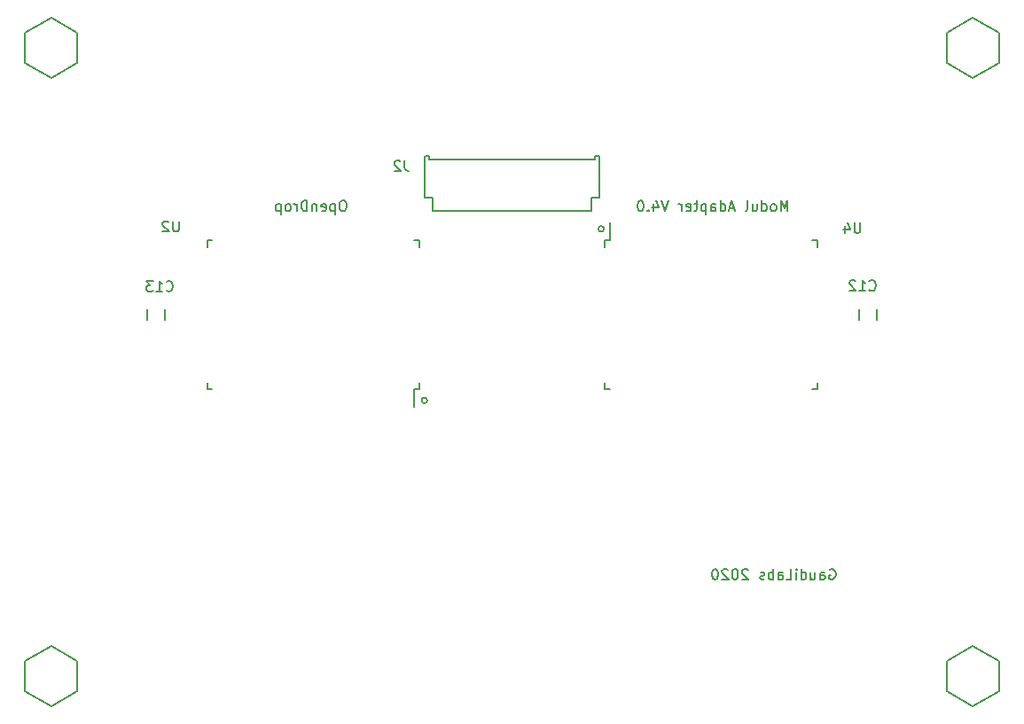
<source format=gbr>
G04 #@! TF.GenerationSoftware,KiCad,Pcbnew,5.0.2-bee76a0~70~ubuntu18.04.1*
G04 #@! TF.CreationDate,2020-07-02T17:28:08+02:00*
G04 #@! TF.ProjectId,ModulAdapter,4d6f6475-6c41-4646-9170-7465722e6b69,rev?*
G04 #@! TF.SameCoordinates,Original*
G04 #@! TF.FileFunction,Legend,Bot*
G04 #@! TF.FilePolarity,Positive*
%FSLAX46Y46*%
G04 Gerber Fmt 4.6, Leading zero omitted, Abs format (unit mm)*
G04 Created by KiCad (PCBNEW 5.0.2-bee76a0~70~ubuntu18.04.1) date Do 02 Jul 2020 17:28:08 CEST*
%MOMM*%
%LPD*%
G01*
G04 APERTURE LIST*
%ADD10C,0.150000*%
G04 APERTURE END LIST*
D10*
X130326933Y-123833200D02*
X130422171Y-123785580D01*
X130565028Y-123785580D01*
X130707885Y-123833200D01*
X130803123Y-123928438D01*
X130850742Y-124023676D01*
X130898361Y-124214152D01*
X130898361Y-124357009D01*
X130850742Y-124547485D01*
X130803123Y-124642723D01*
X130707885Y-124737961D01*
X130565028Y-124785580D01*
X130469790Y-124785580D01*
X130326933Y-124737961D01*
X130279314Y-124690342D01*
X130279314Y-124357009D01*
X130469790Y-124357009D01*
X129422171Y-124785580D02*
X129422171Y-124261771D01*
X129469790Y-124166533D01*
X129565028Y-124118914D01*
X129755504Y-124118914D01*
X129850742Y-124166533D01*
X129422171Y-124737961D02*
X129517409Y-124785580D01*
X129755504Y-124785580D01*
X129850742Y-124737961D01*
X129898361Y-124642723D01*
X129898361Y-124547485D01*
X129850742Y-124452247D01*
X129755504Y-124404628D01*
X129517409Y-124404628D01*
X129422171Y-124357009D01*
X128517409Y-124118914D02*
X128517409Y-124785580D01*
X128945980Y-124118914D02*
X128945980Y-124642723D01*
X128898361Y-124737961D01*
X128803123Y-124785580D01*
X128660266Y-124785580D01*
X128565028Y-124737961D01*
X128517409Y-124690342D01*
X127612647Y-124785580D02*
X127612647Y-123785580D01*
X127612647Y-124737961D02*
X127707885Y-124785580D01*
X127898361Y-124785580D01*
X127993600Y-124737961D01*
X128041219Y-124690342D01*
X128088838Y-124595104D01*
X128088838Y-124309390D01*
X128041219Y-124214152D01*
X127993600Y-124166533D01*
X127898361Y-124118914D01*
X127707885Y-124118914D01*
X127612647Y-124166533D01*
X127136457Y-124785580D02*
X127136457Y-124118914D01*
X127136457Y-123785580D02*
X127184076Y-123833200D01*
X127136457Y-123880819D01*
X127088838Y-123833200D01*
X127136457Y-123785580D01*
X127136457Y-123880819D01*
X126184076Y-124785580D02*
X126660266Y-124785580D01*
X126660266Y-123785580D01*
X125422171Y-124785580D02*
X125422171Y-124261771D01*
X125469790Y-124166533D01*
X125565028Y-124118914D01*
X125755504Y-124118914D01*
X125850742Y-124166533D01*
X125422171Y-124737961D02*
X125517409Y-124785580D01*
X125755504Y-124785580D01*
X125850742Y-124737961D01*
X125898361Y-124642723D01*
X125898361Y-124547485D01*
X125850742Y-124452247D01*
X125755504Y-124404628D01*
X125517409Y-124404628D01*
X125422171Y-124357009D01*
X124945980Y-124785580D02*
X124945980Y-123785580D01*
X124945980Y-124166533D02*
X124850742Y-124118914D01*
X124660266Y-124118914D01*
X124565028Y-124166533D01*
X124517409Y-124214152D01*
X124469790Y-124309390D01*
X124469790Y-124595104D01*
X124517409Y-124690342D01*
X124565028Y-124737961D01*
X124660266Y-124785580D01*
X124850742Y-124785580D01*
X124945980Y-124737961D01*
X124088838Y-124737961D02*
X123993600Y-124785580D01*
X123803123Y-124785580D01*
X123707885Y-124737961D01*
X123660266Y-124642723D01*
X123660266Y-124595104D01*
X123707885Y-124499866D01*
X123803123Y-124452247D01*
X123945980Y-124452247D01*
X124041219Y-124404628D01*
X124088838Y-124309390D01*
X124088838Y-124261771D01*
X124041219Y-124166533D01*
X123945980Y-124118914D01*
X123803123Y-124118914D01*
X123707885Y-124166533D01*
X122517409Y-123880819D02*
X122469790Y-123833200D01*
X122374552Y-123785580D01*
X122136457Y-123785580D01*
X122041219Y-123833200D01*
X121993600Y-123880819D01*
X121945980Y-123976057D01*
X121945980Y-124071295D01*
X121993600Y-124214152D01*
X122565028Y-124785580D01*
X121945980Y-124785580D01*
X121326933Y-123785580D02*
X121231695Y-123785580D01*
X121136457Y-123833200D01*
X121088838Y-123880819D01*
X121041219Y-123976057D01*
X120993600Y-124166533D01*
X120993600Y-124404628D01*
X121041219Y-124595104D01*
X121088838Y-124690342D01*
X121136457Y-124737961D01*
X121231695Y-124785580D01*
X121326933Y-124785580D01*
X121422171Y-124737961D01*
X121469790Y-124690342D01*
X121517409Y-124595104D01*
X121565028Y-124404628D01*
X121565028Y-124166533D01*
X121517409Y-123976057D01*
X121469790Y-123880819D01*
X121422171Y-123833200D01*
X121326933Y-123785580D01*
X120612647Y-123880819D02*
X120565028Y-123833200D01*
X120469790Y-123785580D01*
X120231695Y-123785580D01*
X120136457Y-123833200D01*
X120088838Y-123880819D01*
X120041219Y-123976057D01*
X120041219Y-124071295D01*
X120088838Y-124214152D01*
X120660266Y-124785580D01*
X120041219Y-124785580D01*
X119422171Y-123785580D02*
X119326933Y-123785580D01*
X119231695Y-123833200D01*
X119184076Y-123880819D01*
X119136457Y-123976057D01*
X119088838Y-124166533D01*
X119088838Y-124404628D01*
X119136457Y-124595104D01*
X119184076Y-124690342D01*
X119231695Y-124737961D01*
X119326933Y-124785580D01*
X119422171Y-124785580D01*
X119517409Y-124737961D01*
X119565028Y-124690342D01*
X119612647Y-124595104D01*
X119660266Y-124404628D01*
X119660266Y-124166533D01*
X119612647Y-123976057D01*
X119565028Y-123880819D01*
X119517409Y-123833200D01*
X119422171Y-123785580D01*
X83940457Y-88593880D02*
X83749980Y-88593880D01*
X83654742Y-88641500D01*
X83559504Y-88736738D01*
X83511885Y-88927214D01*
X83511885Y-89260547D01*
X83559504Y-89451023D01*
X83654742Y-89546261D01*
X83749980Y-89593880D01*
X83940457Y-89593880D01*
X84035695Y-89546261D01*
X84130933Y-89451023D01*
X84178552Y-89260547D01*
X84178552Y-88927214D01*
X84130933Y-88736738D01*
X84035695Y-88641500D01*
X83940457Y-88593880D01*
X83083314Y-88927214D02*
X83083314Y-89927214D01*
X83083314Y-88974833D02*
X82988076Y-88927214D01*
X82797600Y-88927214D01*
X82702361Y-88974833D01*
X82654742Y-89022452D01*
X82607123Y-89117690D01*
X82607123Y-89403404D01*
X82654742Y-89498642D01*
X82702361Y-89546261D01*
X82797600Y-89593880D01*
X82988076Y-89593880D01*
X83083314Y-89546261D01*
X81797600Y-89546261D02*
X81892838Y-89593880D01*
X82083314Y-89593880D01*
X82178552Y-89546261D01*
X82226171Y-89451023D01*
X82226171Y-89070071D01*
X82178552Y-88974833D01*
X82083314Y-88927214D01*
X81892838Y-88927214D01*
X81797600Y-88974833D01*
X81749980Y-89070071D01*
X81749980Y-89165309D01*
X82226171Y-89260547D01*
X81321409Y-88927214D02*
X81321409Y-89593880D01*
X81321409Y-89022452D02*
X81273790Y-88974833D01*
X81178552Y-88927214D01*
X81035695Y-88927214D01*
X80940457Y-88974833D01*
X80892838Y-89070071D01*
X80892838Y-89593880D01*
X80416647Y-89593880D02*
X80416647Y-88593880D01*
X80178552Y-88593880D01*
X80035695Y-88641500D01*
X79940457Y-88736738D01*
X79892838Y-88831976D01*
X79845219Y-89022452D01*
X79845219Y-89165309D01*
X79892838Y-89355785D01*
X79940457Y-89451023D01*
X80035695Y-89546261D01*
X80178552Y-89593880D01*
X80416647Y-89593880D01*
X79416647Y-89593880D02*
X79416647Y-88927214D01*
X79416647Y-89117690D02*
X79369028Y-89022452D01*
X79321409Y-88974833D01*
X79226171Y-88927214D01*
X79130933Y-88927214D01*
X78654742Y-89593880D02*
X78749980Y-89546261D01*
X78797600Y-89498642D01*
X78845219Y-89403404D01*
X78845219Y-89117690D01*
X78797600Y-89022452D01*
X78749980Y-88974833D01*
X78654742Y-88927214D01*
X78511885Y-88927214D01*
X78416647Y-88974833D01*
X78369028Y-89022452D01*
X78321409Y-89117690D01*
X78321409Y-89403404D01*
X78369028Y-89498642D01*
X78416647Y-89546261D01*
X78511885Y-89593880D01*
X78654742Y-89593880D01*
X77892838Y-88927214D02*
X77892838Y-89927214D01*
X77892838Y-88974833D02*
X77797600Y-88927214D01*
X77607123Y-88927214D01*
X77511885Y-88974833D01*
X77464266Y-89022452D01*
X77416647Y-89117690D01*
X77416647Y-89403404D01*
X77464266Y-89498642D01*
X77511885Y-89546261D01*
X77607123Y-89593880D01*
X77797600Y-89593880D01*
X77892838Y-89546261D01*
X126319857Y-89593880D02*
X126319857Y-88593880D01*
X125986523Y-89308166D01*
X125653190Y-88593880D01*
X125653190Y-89593880D01*
X125034142Y-89593880D02*
X125129380Y-89546261D01*
X125177000Y-89498642D01*
X125224619Y-89403404D01*
X125224619Y-89117690D01*
X125177000Y-89022452D01*
X125129380Y-88974833D01*
X125034142Y-88927214D01*
X124891285Y-88927214D01*
X124796047Y-88974833D01*
X124748428Y-89022452D01*
X124700809Y-89117690D01*
X124700809Y-89403404D01*
X124748428Y-89498642D01*
X124796047Y-89546261D01*
X124891285Y-89593880D01*
X125034142Y-89593880D01*
X123843666Y-89593880D02*
X123843666Y-88593880D01*
X123843666Y-89546261D02*
X123938904Y-89593880D01*
X124129380Y-89593880D01*
X124224619Y-89546261D01*
X124272238Y-89498642D01*
X124319857Y-89403404D01*
X124319857Y-89117690D01*
X124272238Y-89022452D01*
X124224619Y-88974833D01*
X124129380Y-88927214D01*
X123938904Y-88927214D01*
X123843666Y-88974833D01*
X122938904Y-88927214D02*
X122938904Y-89593880D01*
X123367476Y-88927214D02*
X123367476Y-89451023D01*
X123319857Y-89546261D01*
X123224619Y-89593880D01*
X123081761Y-89593880D01*
X122986523Y-89546261D01*
X122938904Y-89498642D01*
X122319857Y-89593880D02*
X122415095Y-89546261D01*
X122462714Y-89451023D01*
X122462714Y-88593880D01*
X121224619Y-89308166D02*
X120748428Y-89308166D01*
X121319857Y-89593880D02*
X120986523Y-88593880D01*
X120653190Y-89593880D01*
X119891285Y-89593880D02*
X119891285Y-88593880D01*
X119891285Y-89546261D02*
X119986523Y-89593880D01*
X120177000Y-89593880D01*
X120272238Y-89546261D01*
X120319857Y-89498642D01*
X120367476Y-89403404D01*
X120367476Y-89117690D01*
X120319857Y-89022452D01*
X120272238Y-88974833D01*
X120177000Y-88927214D01*
X119986523Y-88927214D01*
X119891285Y-88974833D01*
X118986523Y-89593880D02*
X118986523Y-89070071D01*
X119034142Y-88974833D01*
X119129380Y-88927214D01*
X119319857Y-88927214D01*
X119415095Y-88974833D01*
X118986523Y-89546261D02*
X119081761Y-89593880D01*
X119319857Y-89593880D01*
X119415095Y-89546261D01*
X119462714Y-89451023D01*
X119462714Y-89355785D01*
X119415095Y-89260547D01*
X119319857Y-89212928D01*
X119081761Y-89212928D01*
X118986523Y-89165309D01*
X118510333Y-88927214D02*
X118510333Y-89927214D01*
X118510333Y-88974833D02*
X118415095Y-88927214D01*
X118224619Y-88927214D01*
X118129380Y-88974833D01*
X118081761Y-89022452D01*
X118034142Y-89117690D01*
X118034142Y-89403404D01*
X118081761Y-89498642D01*
X118129380Y-89546261D01*
X118224619Y-89593880D01*
X118415095Y-89593880D01*
X118510333Y-89546261D01*
X117748428Y-88927214D02*
X117367476Y-88927214D01*
X117605571Y-88593880D02*
X117605571Y-89451023D01*
X117557952Y-89546261D01*
X117462714Y-89593880D01*
X117367476Y-89593880D01*
X116653190Y-89546261D02*
X116748428Y-89593880D01*
X116938904Y-89593880D01*
X117034142Y-89546261D01*
X117081761Y-89451023D01*
X117081761Y-89070071D01*
X117034142Y-88974833D01*
X116938904Y-88927214D01*
X116748428Y-88927214D01*
X116653190Y-88974833D01*
X116605571Y-89070071D01*
X116605571Y-89165309D01*
X117081761Y-89260547D01*
X116177000Y-89593880D02*
X116177000Y-88927214D01*
X116177000Y-89117690D02*
X116129380Y-89022452D01*
X116081761Y-88974833D01*
X115986523Y-88927214D01*
X115891285Y-88927214D01*
X114938904Y-88593880D02*
X114605571Y-89593880D01*
X114272238Y-88593880D01*
X113510333Y-88927214D02*
X113510333Y-89593880D01*
X113748428Y-88546261D02*
X113986523Y-89260547D01*
X113367476Y-89260547D01*
X112986523Y-89498642D02*
X112938904Y-89546261D01*
X112986523Y-89593880D01*
X113034142Y-89546261D01*
X112986523Y-89498642D01*
X112986523Y-89593880D01*
X112319857Y-88593880D02*
X112224619Y-88593880D01*
X112129380Y-88641500D01*
X112081761Y-88689119D01*
X112034142Y-88784357D01*
X111986523Y-88974833D01*
X111986523Y-89212928D01*
X112034142Y-89403404D01*
X112081761Y-89498642D01*
X112129380Y-89546261D01*
X112224619Y-89593880D01*
X112319857Y-89593880D01*
X112415095Y-89546261D01*
X112462714Y-89498642D01*
X112510333Y-89403404D01*
X112557952Y-89212928D01*
X112557952Y-88974833D01*
X112510333Y-88784357D01*
X112462714Y-88689119D01*
X112415095Y-88641500D01*
X112319857Y-88593880D01*
X108778408Y-91300500D02*
G75*
G03X108778408Y-91300500I-269408J0D01*
G01*
X91887408Y-107683500D02*
G75*
G03X91887408Y-107683500I-269408J0D01*
G01*
G04 #@! TO.C,U4*
X108875000Y-92375000D02*
X109325000Y-92375000D01*
X108875000Y-106625000D02*
X109325000Y-106625000D01*
X129125000Y-106625000D02*
X128675000Y-106625000D01*
X129125000Y-92375000D02*
X128675000Y-92375000D01*
X108875000Y-92375000D02*
X108875000Y-93025000D01*
X129125000Y-92375000D02*
X129125000Y-93025000D01*
X129125000Y-106625000D02*
X129125000Y-105975000D01*
X108875000Y-106625000D02*
X108875000Y-105975000D01*
X109325000Y-92375000D02*
X109325000Y-90700000D01*
G04 #@! TO.C,U2*
X91125000Y-106625000D02*
X90675000Y-106625000D01*
X91125000Y-92375000D02*
X90675000Y-92375000D01*
X70875000Y-92375000D02*
X71325000Y-92375000D01*
X70875000Y-106625000D02*
X71325000Y-106625000D01*
X91125000Y-106625000D02*
X91125000Y-105975000D01*
X70875000Y-106625000D02*
X70875000Y-105975000D01*
X70875000Y-92375000D02*
X70875000Y-93025000D01*
X91125000Y-92375000D02*
X91125000Y-93025000D01*
X90675000Y-106625000D02*
X90675000Y-108300000D01*
G04 #@! TO.C,C12*
X133150000Y-100000000D02*
X133150000Y-99000000D01*
X134850000Y-99000000D02*
X134850000Y-100000000D01*
G04 #@! TO.C,C13*
X66850000Y-99000000D02*
X66850000Y-100000000D01*
X65150000Y-100000000D02*
X65150000Y-99000000D01*
G04 #@! TO.C,P13*
X53500000Y-72560000D02*
X56000000Y-71120000D01*
X53500000Y-75440000D02*
X53500000Y-72560000D01*
X56000000Y-76880000D02*
X53500000Y-75440000D01*
X58500000Y-75440000D02*
X56000000Y-76880000D01*
X58500000Y-72560000D02*
X56000000Y-71120000D01*
X58500000Y-72560000D02*
X58500000Y-75440000D01*
G04 #@! TO.C,P14*
X146500000Y-72560000D02*
X146500000Y-75440000D01*
X146500000Y-72560000D02*
X144000000Y-71120000D01*
X146500000Y-75440000D02*
X144000000Y-76880000D01*
X144000000Y-76880000D02*
X141500000Y-75440000D01*
X141500000Y-75440000D02*
X141500000Y-72560000D01*
X141500000Y-72560000D02*
X144000000Y-71120000D01*
G04 #@! TO.C,P15*
X58500000Y-132560000D02*
X58500000Y-135440000D01*
X58500000Y-132560000D02*
X56000000Y-131120000D01*
X58500000Y-135440000D02*
X56000000Y-136880000D01*
X56000000Y-136880000D02*
X53500000Y-135440000D01*
X53500000Y-135440000D02*
X53500000Y-132560000D01*
X53500000Y-132560000D02*
X56000000Y-131120000D01*
G04 #@! TO.C,P17*
X141500000Y-132560000D02*
X144000000Y-131120000D01*
X141500000Y-135440000D02*
X141500000Y-132560000D01*
X144000000Y-136880000D02*
X141500000Y-135440000D01*
X146500000Y-135440000D02*
X144000000Y-136880000D01*
X146500000Y-132560000D02*
X144000000Y-131120000D01*
X146500000Y-132560000D02*
X146500000Y-135440000D01*
G04 #@! TO.C,J2*
X107900000Y-84700000D02*
X92100000Y-84700000D01*
X92450000Y-88300000D02*
X92450000Y-89600000D01*
X107550000Y-88300000D02*
X107550000Y-89600000D01*
X91650000Y-84300000D02*
X91650000Y-88300000D01*
X108350000Y-84300000D02*
X108350000Y-88300000D01*
X108300000Y-84300000D02*
X107900000Y-84300000D01*
X91700000Y-84300000D02*
X92100000Y-84300000D01*
X92450000Y-89600000D02*
X107550000Y-89600000D01*
X108350000Y-88300000D02*
X107550000Y-88300000D01*
X91650000Y-88300000D02*
X92450000Y-88300000D01*
X107900000Y-84700000D02*
X107900000Y-84300000D01*
X92100000Y-84700000D02*
X92100000Y-84300000D01*
G04 #@! TO.C,U4*
X133255904Y-90702380D02*
X133255904Y-91511904D01*
X133208285Y-91607142D01*
X133160666Y-91654761D01*
X133065428Y-91702380D01*
X132874952Y-91702380D01*
X132779714Y-91654761D01*
X132732095Y-91607142D01*
X132684476Y-91511904D01*
X132684476Y-90702380D01*
X131779714Y-91035714D02*
X131779714Y-91702380D01*
X132017809Y-90654761D02*
X132255904Y-91369047D01*
X131636857Y-91369047D01*
G04 #@! TO.C,U2*
X68186404Y-90562380D02*
X68186404Y-91371904D01*
X68138785Y-91467142D01*
X68091166Y-91514761D01*
X67995928Y-91562380D01*
X67805452Y-91562380D01*
X67710214Y-91514761D01*
X67662595Y-91467142D01*
X67614976Y-91371904D01*
X67614976Y-90562380D01*
X67186404Y-90657619D02*
X67138785Y-90610000D01*
X67043547Y-90562380D01*
X66805452Y-90562380D01*
X66710214Y-90610000D01*
X66662595Y-90657619D01*
X66614976Y-90752857D01*
X66614976Y-90848095D01*
X66662595Y-90990952D01*
X67234023Y-91562380D01*
X66614976Y-91562380D01*
G04 #@! TO.C,C12*
X134107357Y-97118642D02*
X134154976Y-97166261D01*
X134297833Y-97213880D01*
X134393071Y-97213880D01*
X134535928Y-97166261D01*
X134631166Y-97071023D01*
X134678785Y-96975785D01*
X134726404Y-96785309D01*
X134726404Y-96642452D01*
X134678785Y-96451976D01*
X134631166Y-96356738D01*
X134535928Y-96261500D01*
X134393071Y-96213880D01*
X134297833Y-96213880D01*
X134154976Y-96261500D01*
X134107357Y-96309119D01*
X133154976Y-97213880D02*
X133726404Y-97213880D01*
X133440690Y-97213880D02*
X133440690Y-96213880D01*
X133535928Y-96356738D01*
X133631166Y-96451976D01*
X133726404Y-96499595D01*
X132774023Y-96309119D02*
X132726404Y-96261500D01*
X132631166Y-96213880D01*
X132393071Y-96213880D01*
X132297833Y-96261500D01*
X132250214Y-96309119D01*
X132202595Y-96404357D01*
X132202595Y-96499595D01*
X132250214Y-96642452D01*
X132821642Y-97213880D01*
X132202595Y-97213880D01*
G04 #@! TO.C,C13*
X66987857Y-97182142D02*
X67035476Y-97229761D01*
X67178333Y-97277380D01*
X67273571Y-97277380D01*
X67416428Y-97229761D01*
X67511666Y-97134523D01*
X67559285Y-97039285D01*
X67606904Y-96848809D01*
X67606904Y-96705952D01*
X67559285Y-96515476D01*
X67511666Y-96420238D01*
X67416428Y-96325000D01*
X67273571Y-96277380D01*
X67178333Y-96277380D01*
X67035476Y-96325000D01*
X66987857Y-96372619D01*
X66035476Y-97277380D02*
X66606904Y-97277380D01*
X66321190Y-97277380D02*
X66321190Y-96277380D01*
X66416428Y-96420238D01*
X66511666Y-96515476D01*
X66606904Y-96563095D01*
X65702142Y-96277380D02*
X65083095Y-96277380D01*
X65416428Y-96658333D01*
X65273571Y-96658333D01*
X65178333Y-96705952D01*
X65130714Y-96753571D01*
X65083095Y-96848809D01*
X65083095Y-97086904D01*
X65130714Y-97182142D01*
X65178333Y-97229761D01*
X65273571Y-97277380D01*
X65559285Y-97277380D01*
X65654523Y-97229761D01*
X65702142Y-97182142D01*
G04 #@! TO.C,J2*
X89733333Y-84752380D02*
X89733333Y-85466666D01*
X89780952Y-85609523D01*
X89876190Y-85704761D01*
X90019047Y-85752380D01*
X90114285Y-85752380D01*
X89304761Y-84847619D02*
X89257142Y-84800000D01*
X89161904Y-84752380D01*
X88923809Y-84752380D01*
X88828571Y-84800000D01*
X88780952Y-84847619D01*
X88733333Y-84942857D01*
X88733333Y-85038095D01*
X88780952Y-85180952D01*
X89352380Y-85752380D01*
X88733333Y-85752380D01*
G04 #@! TD*
M02*

</source>
